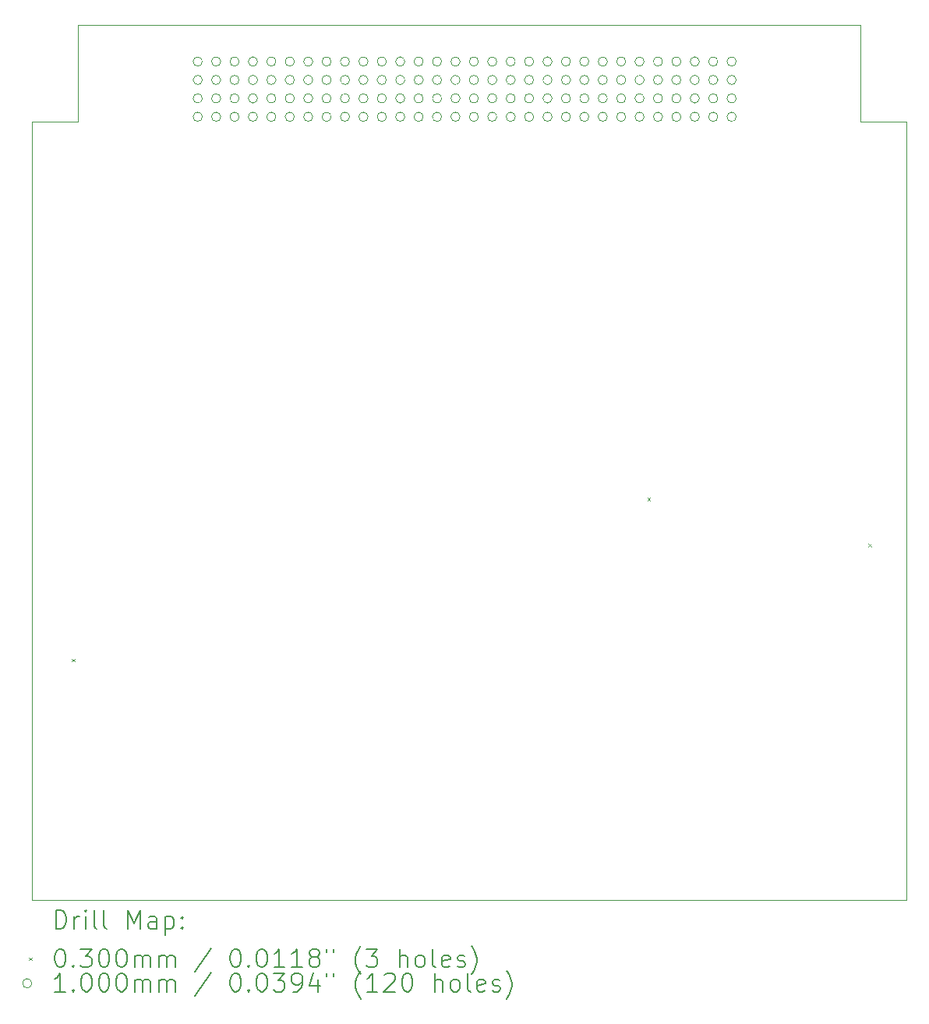
<source format=gbr>
%TF.GenerationSoftware,KiCad,Pcbnew,8.0.0*%
%TF.CreationDate,2025-01-17T01:01:03+02:00*%
%TF.ProjectId,diplomna_2024_bms_pcb_layout,6469706c-6f6d-46e6-915f-323032345f62,rev?*%
%TF.SameCoordinates,Original*%
%TF.FileFunction,Drillmap*%
%TF.FilePolarity,Positive*%
%FSLAX45Y45*%
G04 Gerber Fmt 4.5, Leading zero omitted, Abs format (unit mm)*
G04 Created by KiCad (PCBNEW 8.0.0) date 2025-01-17 01:01:03*
%MOMM*%
%LPD*%
G01*
G04 APERTURE LIST*
%ADD10C,0.050000*%
%ADD11C,0.200000*%
%ADD12C,0.100000*%
G04 APERTURE END LIST*
D10*
X18000000Y-4950000D02*
X26500000Y-4950000D01*
X27000000Y-6000000D02*
X27000000Y-14450000D01*
X26500000Y-6000000D02*
X27000000Y-6000000D01*
X27000000Y-14450000D02*
X17500000Y-14450000D01*
X17500000Y-14450000D02*
X17500000Y-6000000D01*
X18000000Y-6000000D02*
X18000000Y-4950000D01*
X17500000Y-6000000D02*
X18000000Y-6000000D01*
X26500000Y-4950000D02*
X26500000Y-6000000D01*
D11*
D12*
X17935000Y-11835000D02*
X17965000Y-11865000D01*
X17965000Y-11835000D02*
X17935000Y-11865000D01*
X24185000Y-10085000D02*
X24215000Y-10115000D01*
X24215000Y-10085000D02*
X24185000Y-10115000D01*
X26585000Y-10585000D02*
X26615000Y-10615000D01*
X26615000Y-10585000D02*
X26585000Y-10615000D01*
X19350000Y-5350000D02*
G75*
G02*
X19250000Y-5350000I-50000J0D01*
G01*
X19250000Y-5350000D02*
G75*
G02*
X19350000Y-5350000I50000J0D01*
G01*
X19350000Y-5550000D02*
G75*
G02*
X19250000Y-5550000I-50000J0D01*
G01*
X19250000Y-5550000D02*
G75*
G02*
X19350000Y-5550000I50000J0D01*
G01*
X19350000Y-5750000D02*
G75*
G02*
X19250000Y-5750000I-50000J0D01*
G01*
X19250000Y-5750000D02*
G75*
G02*
X19350000Y-5750000I50000J0D01*
G01*
X19350000Y-5950000D02*
G75*
G02*
X19250000Y-5950000I-50000J0D01*
G01*
X19250000Y-5950000D02*
G75*
G02*
X19350000Y-5950000I50000J0D01*
G01*
X19550000Y-5350000D02*
G75*
G02*
X19450000Y-5350000I-50000J0D01*
G01*
X19450000Y-5350000D02*
G75*
G02*
X19550000Y-5350000I50000J0D01*
G01*
X19550000Y-5550000D02*
G75*
G02*
X19450000Y-5550000I-50000J0D01*
G01*
X19450000Y-5550000D02*
G75*
G02*
X19550000Y-5550000I50000J0D01*
G01*
X19550000Y-5750000D02*
G75*
G02*
X19450000Y-5750000I-50000J0D01*
G01*
X19450000Y-5750000D02*
G75*
G02*
X19550000Y-5750000I50000J0D01*
G01*
X19550000Y-5950000D02*
G75*
G02*
X19450000Y-5950000I-50000J0D01*
G01*
X19450000Y-5950000D02*
G75*
G02*
X19550000Y-5950000I50000J0D01*
G01*
X19750000Y-5350000D02*
G75*
G02*
X19650000Y-5350000I-50000J0D01*
G01*
X19650000Y-5350000D02*
G75*
G02*
X19750000Y-5350000I50000J0D01*
G01*
X19750000Y-5550000D02*
G75*
G02*
X19650000Y-5550000I-50000J0D01*
G01*
X19650000Y-5550000D02*
G75*
G02*
X19750000Y-5550000I50000J0D01*
G01*
X19750000Y-5750000D02*
G75*
G02*
X19650000Y-5750000I-50000J0D01*
G01*
X19650000Y-5750000D02*
G75*
G02*
X19750000Y-5750000I50000J0D01*
G01*
X19750000Y-5950000D02*
G75*
G02*
X19650000Y-5950000I-50000J0D01*
G01*
X19650000Y-5950000D02*
G75*
G02*
X19750000Y-5950000I50000J0D01*
G01*
X19950000Y-5350000D02*
G75*
G02*
X19850000Y-5350000I-50000J0D01*
G01*
X19850000Y-5350000D02*
G75*
G02*
X19950000Y-5350000I50000J0D01*
G01*
X19950000Y-5550000D02*
G75*
G02*
X19850000Y-5550000I-50000J0D01*
G01*
X19850000Y-5550000D02*
G75*
G02*
X19950000Y-5550000I50000J0D01*
G01*
X19950000Y-5750000D02*
G75*
G02*
X19850000Y-5750000I-50000J0D01*
G01*
X19850000Y-5750000D02*
G75*
G02*
X19950000Y-5750000I50000J0D01*
G01*
X19950000Y-5950000D02*
G75*
G02*
X19850000Y-5950000I-50000J0D01*
G01*
X19850000Y-5950000D02*
G75*
G02*
X19950000Y-5950000I50000J0D01*
G01*
X20150000Y-5350000D02*
G75*
G02*
X20050000Y-5350000I-50000J0D01*
G01*
X20050000Y-5350000D02*
G75*
G02*
X20150000Y-5350000I50000J0D01*
G01*
X20150000Y-5550000D02*
G75*
G02*
X20050000Y-5550000I-50000J0D01*
G01*
X20050000Y-5550000D02*
G75*
G02*
X20150000Y-5550000I50000J0D01*
G01*
X20150000Y-5750000D02*
G75*
G02*
X20050000Y-5750000I-50000J0D01*
G01*
X20050000Y-5750000D02*
G75*
G02*
X20150000Y-5750000I50000J0D01*
G01*
X20150000Y-5950000D02*
G75*
G02*
X20050000Y-5950000I-50000J0D01*
G01*
X20050000Y-5950000D02*
G75*
G02*
X20150000Y-5950000I50000J0D01*
G01*
X20350000Y-5350000D02*
G75*
G02*
X20250000Y-5350000I-50000J0D01*
G01*
X20250000Y-5350000D02*
G75*
G02*
X20350000Y-5350000I50000J0D01*
G01*
X20350000Y-5550000D02*
G75*
G02*
X20250000Y-5550000I-50000J0D01*
G01*
X20250000Y-5550000D02*
G75*
G02*
X20350000Y-5550000I50000J0D01*
G01*
X20350000Y-5750000D02*
G75*
G02*
X20250000Y-5750000I-50000J0D01*
G01*
X20250000Y-5750000D02*
G75*
G02*
X20350000Y-5750000I50000J0D01*
G01*
X20350000Y-5950000D02*
G75*
G02*
X20250000Y-5950000I-50000J0D01*
G01*
X20250000Y-5950000D02*
G75*
G02*
X20350000Y-5950000I50000J0D01*
G01*
X20550000Y-5350000D02*
G75*
G02*
X20450000Y-5350000I-50000J0D01*
G01*
X20450000Y-5350000D02*
G75*
G02*
X20550000Y-5350000I50000J0D01*
G01*
X20550000Y-5550000D02*
G75*
G02*
X20450000Y-5550000I-50000J0D01*
G01*
X20450000Y-5550000D02*
G75*
G02*
X20550000Y-5550000I50000J0D01*
G01*
X20550000Y-5750000D02*
G75*
G02*
X20450000Y-5750000I-50000J0D01*
G01*
X20450000Y-5750000D02*
G75*
G02*
X20550000Y-5750000I50000J0D01*
G01*
X20550000Y-5950000D02*
G75*
G02*
X20450000Y-5950000I-50000J0D01*
G01*
X20450000Y-5950000D02*
G75*
G02*
X20550000Y-5950000I50000J0D01*
G01*
X20750000Y-5350000D02*
G75*
G02*
X20650000Y-5350000I-50000J0D01*
G01*
X20650000Y-5350000D02*
G75*
G02*
X20750000Y-5350000I50000J0D01*
G01*
X20750000Y-5550000D02*
G75*
G02*
X20650000Y-5550000I-50000J0D01*
G01*
X20650000Y-5550000D02*
G75*
G02*
X20750000Y-5550000I50000J0D01*
G01*
X20750000Y-5750000D02*
G75*
G02*
X20650000Y-5750000I-50000J0D01*
G01*
X20650000Y-5750000D02*
G75*
G02*
X20750000Y-5750000I50000J0D01*
G01*
X20750000Y-5950000D02*
G75*
G02*
X20650000Y-5950000I-50000J0D01*
G01*
X20650000Y-5950000D02*
G75*
G02*
X20750000Y-5950000I50000J0D01*
G01*
X20950000Y-5350000D02*
G75*
G02*
X20850000Y-5350000I-50000J0D01*
G01*
X20850000Y-5350000D02*
G75*
G02*
X20950000Y-5350000I50000J0D01*
G01*
X20950000Y-5550000D02*
G75*
G02*
X20850000Y-5550000I-50000J0D01*
G01*
X20850000Y-5550000D02*
G75*
G02*
X20950000Y-5550000I50000J0D01*
G01*
X20950000Y-5750000D02*
G75*
G02*
X20850000Y-5750000I-50000J0D01*
G01*
X20850000Y-5750000D02*
G75*
G02*
X20950000Y-5750000I50000J0D01*
G01*
X20950000Y-5950000D02*
G75*
G02*
X20850000Y-5950000I-50000J0D01*
G01*
X20850000Y-5950000D02*
G75*
G02*
X20950000Y-5950000I50000J0D01*
G01*
X21150000Y-5350000D02*
G75*
G02*
X21050000Y-5350000I-50000J0D01*
G01*
X21050000Y-5350000D02*
G75*
G02*
X21150000Y-5350000I50000J0D01*
G01*
X21150000Y-5550000D02*
G75*
G02*
X21050000Y-5550000I-50000J0D01*
G01*
X21050000Y-5550000D02*
G75*
G02*
X21150000Y-5550000I50000J0D01*
G01*
X21150000Y-5750000D02*
G75*
G02*
X21050000Y-5750000I-50000J0D01*
G01*
X21050000Y-5750000D02*
G75*
G02*
X21150000Y-5750000I50000J0D01*
G01*
X21150000Y-5950000D02*
G75*
G02*
X21050000Y-5950000I-50000J0D01*
G01*
X21050000Y-5950000D02*
G75*
G02*
X21150000Y-5950000I50000J0D01*
G01*
X21350000Y-5350000D02*
G75*
G02*
X21250000Y-5350000I-50000J0D01*
G01*
X21250000Y-5350000D02*
G75*
G02*
X21350000Y-5350000I50000J0D01*
G01*
X21350000Y-5550000D02*
G75*
G02*
X21250000Y-5550000I-50000J0D01*
G01*
X21250000Y-5550000D02*
G75*
G02*
X21350000Y-5550000I50000J0D01*
G01*
X21350000Y-5750000D02*
G75*
G02*
X21250000Y-5750000I-50000J0D01*
G01*
X21250000Y-5750000D02*
G75*
G02*
X21350000Y-5750000I50000J0D01*
G01*
X21350000Y-5950000D02*
G75*
G02*
X21250000Y-5950000I-50000J0D01*
G01*
X21250000Y-5950000D02*
G75*
G02*
X21350000Y-5950000I50000J0D01*
G01*
X21550000Y-5350000D02*
G75*
G02*
X21450000Y-5350000I-50000J0D01*
G01*
X21450000Y-5350000D02*
G75*
G02*
X21550000Y-5350000I50000J0D01*
G01*
X21550000Y-5550000D02*
G75*
G02*
X21450000Y-5550000I-50000J0D01*
G01*
X21450000Y-5550000D02*
G75*
G02*
X21550000Y-5550000I50000J0D01*
G01*
X21550000Y-5750000D02*
G75*
G02*
X21450000Y-5750000I-50000J0D01*
G01*
X21450000Y-5750000D02*
G75*
G02*
X21550000Y-5750000I50000J0D01*
G01*
X21550000Y-5950000D02*
G75*
G02*
X21450000Y-5950000I-50000J0D01*
G01*
X21450000Y-5950000D02*
G75*
G02*
X21550000Y-5950000I50000J0D01*
G01*
X21750000Y-5350000D02*
G75*
G02*
X21650000Y-5350000I-50000J0D01*
G01*
X21650000Y-5350000D02*
G75*
G02*
X21750000Y-5350000I50000J0D01*
G01*
X21750000Y-5550000D02*
G75*
G02*
X21650000Y-5550000I-50000J0D01*
G01*
X21650000Y-5550000D02*
G75*
G02*
X21750000Y-5550000I50000J0D01*
G01*
X21750000Y-5750000D02*
G75*
G02*
X21650000Y-5750000I-50000J0D01*
G01*
X21650000Y-5750000D02*
G75*
G02*
X21750000Y-5750000I50000J0D01*
G01*
X21750000Y-5950000D02*
G75*
G02*
X21650000Y-5950000I-50000J0D01*
G01*
X21650000Y-5950000D02*
G75*
G02*
X21750000Y-5950000I50000J0D01*
G01*
X21950000Y-5350000D02*
G75*
G02*
X21850000Y-5350000I-50000J0D01*
G01*
X21850000Y-5350000D02*
G75*
G02*
X21950000Y-5350000I50000J0D01*
G01*
X21950000Y-5550000D02*
G75*
G02*
X21850000Y-5550000I-50000J0D01*
G01*
X21850000Y-5550000D02*
G75*
G02*
X21950000Y-5550000I50000J0D01*
G01*
X21950000Y-5750000D02*
G75*
G02*
X21850000Y-5750000I-50000J0D01*
G01*
X21850000Y-5750000D02*
G75*
G02*
X21950000Y-5750000I50000J0D01*
G01*
X21950000Y-5950000D02*
G75*
G02*
X21850000Y-5950000I-50000J0D01*
G01*
X21850000Y-5950000D02*
G75*
G02*
X21950000Y-5950000I50000J0D01*
G01*
X22150000Y-5350000D02*
G75*
G02*
X22050000Y-5350000I-50000J0D01*
G01*
X22050000Y-5350000D02*
G75*
G02*
X22150000Y-5350000I50000J0D01*
G01*
X22150000Y-5550000D02*
G75*
G02*
X22050000Y-5550000I-50000J0D01*
G01*
X22050000Y-5550000D02*
G75*
G02*
X22150000Y-5550000I50000J0D01*
G01*
X22150000Y-5750000D02*
G75*
G02*
X22050000Y-5750000I-50000J0D01*
G01*
X22050000Y-5750000D02*
G75*
G02*
X22150000Y-5750000I50000J0D01*
G01*
X22150000Y-5950000D02*
G75*
G02*
X22050000Y-5950000I-50000J0D01*
G01*
X22050000Y-5950000D02*
G75*
G02*
X22150000Y-5950000I50000J0D01*
G01*
X22350000Y-5350000D02*
G75*
G02*
X22250000Y-5350000I-50000J0D01*
G01*
X22250000Y-5350000D02*
G75*
G02*
X22350000Y-5350000I50000J0D01*
G01*
X22350000Y-5550000D02*
G75*
G02*
X22250000Y-5550000I-50000J0D01*
G01*
X22250000Y-5550000D02*
G75*
G02*
X22350000Y-5550000I50000J0D01*
G01*
X22350000Y-5750000D02*
G75*
G02*
X22250000Y-5750000I-50000J0D01*
G01*
X22250000Y-5750000D02*
G75*
G02*
X22350000Y-5750000I50000J0D01*
G01*
X22350000Y-5950000D02*
G75*
G02*
X22250000Y-5950000I-50000J0D01*
G01*
X22250000Y-5950000D02*
G75*
G02*
X22350000Y-5950000I50000J0D01*
G01*
X22550000Y-5350000D02*
G75*
G02*
X22450000Y-5350000I-50000J0D01*
G01*
X22450000Y-5350000D02*
G75*
G02*
X22550000Y-5350000I50000J0D01*
G01*
X22550000Y-5550000D02*
G75*
G02*
X22450000Y-5550000I-50000J0D01*
G01*
X22450000Y-5550000D02*
G75*
G02*
X22550000Y-5550000I50000J0D01*
G01*
X22550000Y-5750000D02*
G75*
G02*
X22450000Y-5750000I-50000J0D01*
G01*
X22450000Y-5750000D02*
G75*
G02*
X22550000Y-5750000I50000J0D01*
G01*
X22550000Y-5950000D02*
G75*
G02*
X22450000Y-5950000I-50000J0D01*
G01*
X22450000Y-5950000D02*
G75*
G02*
X22550000Y-5950000I50000J0D01*
G01*
X22750000Y-5350000D02*
G75*
G02*
X22650000Y-5350000I-50000J0D01*
G01*
X22650000Y-5350000D02*
G75*
G02*
X22750000Y-5350000I50000J0D01*
G01*
X22750000Y-5550000D02*
G75*
G02*
X22650000Y-5550000I-50000J0D01*
G01*
X22650000Y-5550000D02*
G75*
G02*
X22750000Y-5550000I50000J0D01*
G01*
X22750000Y-5750000D02*
G75*
G02*
X22650000Y-5750000I-50000J0D01*
G01*
X22650000Y-5750000D02*
G75*
G02*
X22750000Y-5750000I50000J0D01*
G01*
X22750000Y-5950000D02*
G75*
G02*
X22650000Y-5950000I-50000J0D01*
G01*
X22650000Y-5950000D02*
G75*
G02*
X22750000Y-5950000I50000J0D01*
G01*
X22950000Y-5350000D02*
G75*
G02*
X22850000Y-5350000I-50000J0D01*
G01*
X22850000Y-5350000D02*
G75*
G02*
X22950000Y-5350000I50000J0D01*
G01*
X22950000Y-5550000D02*
G75*
G02*
X22850000Y-5550000I-50000J0D01*
G01*
X22850000Y-5550000D02*
G75*
G02*
X22950000Y-5550000I50000J0D01*
G01*
X22950000Y-5750000D02*
G75*
G02*
X22850000Y-5750000I-50000J0D01*
G01*
X22850000Y-5750000D02*
G75*
G02*
X22950000Y-5750000I50000J0D01*
G01*
X22950000Y-5950000D02*
G75*
G02*
X22850000Y-5950000I-50000J0D01*
G01*
X22850000Y-5950000D02*
G75*
G02*
X22950000Y-5950000I50000J0D01*
G01*
X23150000Y-5350000D02*
G75*
G02*
X23050000Y-5350000I-50000J0D01*
G01*
X23050000Y-5350000D02*
G75*
G02*
X23150000Y-5350000I50000J0D01*
G01*
X23150000Y-5550000D02*
G75*
G02*
X23050000Y-5550000I-50000J0D01*
G01*
X23050000Y-5550000D02*
G75*
G02*
X23150000Y-5550000I50000J0D01*
G01*
X23150000Y-5750000D02*
G75*
G02*
X23050000Y-5750000I-50000J0D01*
G01*
X23050000Y-5750000D02*
G75*
G02*
X23150000Y-5750000I50000J0D01*
G01*
X23150000Y-5950000D02*
G75*
G02*
X23050000Y-5950000I-50000J0D01*
G01*
X23050000Y-5950000D02*
G75*
G02*
X23150000Y-5950000I50000J0D01*
G01*
X23350000Y-5350000D02*
G75*
G02*
X23250000Y-5350000I-50000J0D01*
G01*
X23250000Y-5350000D02*
G75*
G02*
X23350000Y-5350000I50000J0D01*
G01*
X23350000Y-5550000D02*
G75*
G02*
X23250000Y-5550000I-50000J0D01*
G01*
X23250000Y-5550000D02*
G75*
G02*
X23350000Y-5550000I50000J0D01*
G01*
X23350000Y-5750000D02*
G75*
G02*
X23250000Y-5750000I-50000J0D01*
G01*
X23250000Y-5750000D02*
G75*
G02*
X23350000Y-5750000I50000J0D01*
G01*
X23350000Y-5950000D02*
G75*
G02*
X23250000Y-5950000I-50000J0D01*
G01*
X23250000Y-5950000D02*
G75*
G02*
X23350000Y-5950000I50000J0D01*
G01*
X23550000Y-5350000D02*
G75*
G02*
X23450000Y-5350000I-50000J0D01*
G01*
X23450000Y-5350000D02*
G75*
G02*
X23550000Y-5350000I50000J0D01*
G01*
X23550000Y-5550000D02*
G75*
G02*
X23450000Y-5550000I-50000J0D01*
G01*
X23450000Y-5550000D02*
G75*
G02*
X23550000Y-5550000I50000J0D01*
G01*
X23550000Y-5750000D02*
G75*
G02*
X23450000Y-5750000I-50000J0D01*
G01*
X23450000Y-5750000D02*
G75*
G02*
X23550000Y-5750000I50000J0D01*
G01*
X23550000Y-5950000D02*
G75*
G02*
X23450000Y-5950000I-50000J0D01*
G01*
X23450000Y-5950000D02*
G75*
G02*
X23550000Y-5950000I50000J0D01*
G01*
X23750000Y-5350000D02*
G75*
G02*
X23650000Y-5350000I-50000J0D01*
G01*
X23650000Y-5350000D02*
G75*
G02*
X23750000Y-5350000I50000J0D01*
G01*
X23750000Y-5550000D02*
G75*
G02*
X23650000Y-5550000I-50000J0D01*
G01*
X23650000Y-5550000D02*
G75*
G02*
X23750000Y-5550000I50000J0D01*
G01*
X23750000Y-5750000D02*
G75*
G02*
X23650000Y-5750000I-50000J0D01*
G01*
X23650000Y-5750000D02*
G75*
G02*
X23750000Y-5750000I50000J0D01*
G01*
X23750000Y-5950000D02*
G75*
G02*
X23650000Y-5950000I-50000J0D01*
G01*
X23650000Y-5950000D02*
G75*
G02*
X23750000Y-5950000I50000J0D01*
G01*
X23950000Y-5350000D02*
G75*
G02*
X23850000Y-5350000I-50000J0D01*
G01*
X23850000Y-5350000D02*
G75*
G02*
X23950000Y-5350000I50000J0D01*
G01*
X23950000Y-5550000D02*
G75*
G02*
X23850000Y-5550000I-50000J0D01*
G01*
X23850000Y-5550000D02*
G75*
G02*
X23950000Y-5550000I50000J0D01*
G01*
X23950000Y-5750000D02*
G75*
G02*
X23850000Y-5750000I-50000J0D01*
G01*
X23850000Y-5750000D02*
G75*
G02*
X23950000Y-5750000I50000J0D01*
G01*
X23950000Y-5950000D02*
G75*
G02*
X23850000Y-5950000I-50000J0D01*
G01*
X23850000Y-5950000D02*
G75*
G02*
X23950000Y-5950000I50000J0D01*
G01*
X24150000Y-5350000D02*
G75*
G02*
X24050000Y-5350000I-50000J0D01*
G01*
X24050000Y-5350000D02*
G75*
G02*
X24150000Y-5350000I50000J0D01*
G01*
X24150000Y-5550000D02*
G75*
G02*
X24050000Y-5550000I-50000J0D01*
G01*
X24050000Y-5550000D02*
G75*
G02*
X24150000Y-5550000I50000J0D01*
G01*
X24150000Y-5750000D02*
G75*
G02*
X24050000Y-5750000I-50000J0D01*
G01*
X24050000Y-5750000D02*
G75*
G02*
X24150000Y-5750000I50000J0D01*
G01*
X24150000Y-5950000D02*
G75*
G02*
X24050000Y-5950000I-50000J0D01*
G01*
X24050000Y-5950000D02*
G75*
G02*
X24150000Y-5950000I50000J0D01*
G01*
X24350000Y-5350000D02*
G75*
G02*
X24250000Y-5350000I-50000J0D01*
G01*
X24250000Y-5350000D02*
G75*
G02*
X24350000Y-5350000I50000J0D01*
G01*
X24350000Y-5550000D02*
G75*
G02*
X24250000Y-5550000I-50000J0D01*
G01*
X24250000Y-5550000D02*
G75*
G02*
X24350000Y-5550000I50000J0D01*
G01*
X24350000Y-5750000D02*
G75*
G02*
X24250000Y-5750000I-50000J0D01*
G01*
X24250000Y-5750000D02*
G75*
G02*
X24350000Y-5750000I50000J0D01*
G01*
X24350000Y-5950000D02*
G75*
G02*
X24250000Y-5950000I-50000J0D01*
G01*
X24250000Y-5950000D02*
G75*
G02*
X24350000Y-5950000I50000J0D01*
G01*
X24550000Y-5350000D02*
G75*
G02*
X24450000Y-5350000I-50000J0D01*
G01*
X24450000Y-5350000D02*
G75*
G02*
X24550000Y-5350000I50000J0D01*
G01*
X24550000Y-5550000D02*
G75*
G02*
X24450000Y-5550000I-50000J0D01*
G01*
X24450000Y-5550000D02*
G75*
G02*
X24550000Y-5550000I50000J0D01*
G01*
X24550000Y-5750000D02*
G75*
G02*
X24450000Y-5750000I-50000J0D01*
G01*
X24450000Y-5750000D02*
G75*
G02*
X24550000Y-5750000I50000J0D01*
G01*
X24550000Y-5950000D02*
G75*
G02*
X24450000Y-5950000I-50000J0D01*
G01*
X24450000Y-5950000D02*
G75*
G02*
X24550000Y-5950000I50000J0D01*
G01*
X24750000Y-5350000D02*
G75*
G02*
X24650000Y-5350000I-50000J0D01*
G01*
X24650000Y-5350000D02*
G75*
G02*
X24750000Y-5350000I50000J0D01*
G01*
X24750000Y-5550000D02*
G75*
G02*
X24650000Y-5550000I-50000J0D01*
G01*
X24650000Y-5550000D02*
G75*
G02*
X24750000Y-5550000I50000J0D01*
G01*
X24750000Y-5750000D02*
G75*
G02*
X24650000Y-5750000I-50000J0D01*
G01*
X24650000Y-5750000D02*
G75*
G02*
X24750000Y-5750000I50000J0D01*
G01*
X24750000Y-5950000D02*
G75*
G02*
X24650000Y-5950000I-50000J0D01*
G01*
X24650000Y-5950000D02*
G75*
G02*
X24750000Y-5950000I50000J0D01*
G01*
X24950000Y-5350000D02*
G75*
G02*
X24850000Y-5350000I-50000J0D01*
G01*
X24850000Y-5350000D02*
G75*
G02*
X24950000Y-5350000I50000J0D01*
G01*
X24950000Y-5550000D02*
G75*
G02*
X24850000Y-5550000I-50000J0D01*
G01*
X24850000Y-5550000D02*
G75*
G02*
X24950000Y-5550000I50000J0D01*
G01*
X24950000Y-5750000D02*
G75*
G02*
X24850000Y-5750000I-50000J0D01*
G01*
X24850000Y-5750000D02*
G75*
G02*
X24950000Y-5750000I50000J0D01*
G01*
X24950000Y-5950000D02*
G75*
G02*
X24850000Y-5950000I-50000J0D01*
G01*
X24850000Y-5950000D02*
G75*
G02*
X24950000Y-5950000I50000J0D01*
G01*
X25150000Y-5350000D02*
G75*
G02*
X25050000Y-5350000I-50000J0D01*
G01*
X25050000Y-5350000D02*
G75*
G02*
X25150000Y-5350000I50000J0D01*
G01*
X25150000Y-5550000D02*
G75*
G02*
X25050000Y-5550000I-50000J0D01*
G01*
X25050000Y-5550000D02*
G75*
G02*
X25150000Y-5550000I50000J0D01*
G01*
X25150000Y-5750000D02*
G75*
G02*
X25050000Y-5750000I-50000J0D01*
G01*
X25050000Y-5750000D02*
G75*
G02*
X25150000Y-5750000I50000J0D01*
G01*
X25150000Y-5950000D02*
G75*
G02*
X25050000Y-5950000I-50000J0D01*
G01*
X25050000Y-5950000D02*
G75*
G02*
X25150000Y-5950000I50000J0D01*
G01*
D11*
X17758277Y-14763984D02*
X17758277Y-14563984D01*
X17758277Y-14563984D02*
X17805896Y-14563984D01*
X17805896Y-14563984D02*
X17834467Y-14573508D01*
X17834467Y-14573508D02*
X17853515Y-14592555D01*
X17853515Y-14592555D02*
X17863039Y-14611603D01*
X17863039Y-14611603D02*
X17872563Y-14649698D01*
X17872563Y-14649698D02*
X17872563Y-14678269D01*
X17872563Y-14678269D02*
X17863039Y-14716365D01*
X17863039Y-14716365D02*
X17853515Y-14735412D01*
X17853515Y-14735412D02*
X17834467Y-14754460D01*
X17834467Y-14754460D02*
X17805896Y-14763984D01*
X17805896Y-14763984D02*
X17758277Y-14763984D01*
X17958277Y-14763984D02*
X17958277Y-14630650D01*
X17958277Y-14668746D02*
X17967801Y-14649698D01*
X17967801Y-14649698D02*
X17977324Y-14640174D01*
X17977324Y-14640174D02*
X17996372Y-14630650D01*
X17996372Y-14630650D02*
X18015420Y-14630650D01*
X18082086Y-14763984D02*
X18082086Y-14630650D01*
X18082086Y-14563984D02*
X18072563Y-14573508D01*
X18072563Y-14573508D02*
X18082086Y-14583031D01*
X18082086Y-14583031D02*
X18091610Y-14573508D01*
X18091610Y-14573508D02*
X18082086Y-14563984D01*
X18082086Y-14563984D02*
X18082086Y-14583031D01*
X18205896Y-14763984D02*
X18186848Y-14754460D01*
X18186848Y-14754460D02*
X18177324Y-14735412D01*
X18177324Y-14735412D02*
X18177324Y-14563984D01*
X18310658Y-14763984D02*
X18291610Y-14754460D01*
X18291610Y-14754460D02*
X18282086Y-14735412D01*
X18282086Y-14735412D02*
X18282086Y-14563984D01*
X18539229Y-14763984D02*
X18539229Y-14563984D01*
X18539229Y-14563984D02*
X18605896Y-14706841D01*
X18605896Y-14706841D02*
X18672563Y-14563984D01*
X18672563Y-14563984D02*
X18672563Y-14763984D01*
X18853515Y-14763984D02*
X18853515Y-14659222D01*
X18853515Y-14659222D02*
X18843991Y-14640174D01*
X18843991Y-14640174D02*
X18824944Y-14630650D01*
X18824944Y-14630650D02*
X18786848Y-14630650D01*
X18786848Y-14630650D02*
X18767801Y-14640174D01*
X18853515Y-14754460D02*
X18834467Y-14763984D01*
X18834467Y-14763984D02*
X18786848Y-14763984D01*
X18786848Y-14763984D02*
X18767801Y-14754460D01*
X18767801Y-14754460D02*
X18758277Y-14735412D01*
X18758277Y-14735412D02*
X18758277Y-14716365D01*
X18758277Y-14716365D02*
X18767801Y-14697317D01*
X18767801Y-14697317D02*
X18786848Y-14687793D01*
X18786848Y-14687793D02*
X18834467Y-14687793D01*
X18834467Y-14687793D02*
X18853515Y-14678269D01*
X18948753Y-14630650D02*
X18948753Y-14830650D01*
X18948753Y-14640174D02*
X18967801Y-14630650D01*
X18967801Y-14630650D02*
X19005896Y-14630650D01*
X19005896Y-14630650D02*
X19024944Y-14640174D01*
X19024944Y-14640174D02*
X19034467Y-14649698D01*
X19034467Y-14649698D02*
X19043991Y-14668746D01*
X19043991Y-14668746D02*
X19043991Y-14725888D01*
X19043991Y-14725888D02*
X19034467Y-14744936D01*
X19034467Y-14744936D02*
X19024944Y-14754460D01*
X19024944Y-14754460D02*
X19005896Y-14763984D01*
X19005896Y-14763984D02*
X18967801Y-14763984D01*
X18967801Y-14763984D02*
X18948753Y-14754460D01*
X19129705Y-14744936D02*
X19139229Y-14754460D01*
X19139229Y-14754460D02*
X19129705Y-14763984D01*
X19129705Y-14763984D02*
X19120182Y-14754460D01*
X19120182Y-14754460D02*
X19129705Y-14744936D01*
X19129705Y-14744936D02*
X19129705Y-14763984D01*
X19129705Y-14640174D02*
X19139229Y-14649698D01*
X19139229Y-14649698D02*
X19129705Y-14659222D01*
X19129705Y-14659222D02*
X19120182Y-14649698D01*
X19120182Y-14649698D02*
X19129705Y-14640174D01*
X19129705Y-14640174D02*
X19129705Y-14659222D01*
D12*
X17467500Y-15077500D02*
X17497500Y-15107500D01*
X17497500Y-15077500D02*
X17467500Y-15107500D01*
D11*
X17796372Y-14983984D02*
X17815420Y-14983984D01*
X17815420Y-14983984D02*
X17834467Y-14993508D01*
X17834467Y-14993508D02*
X17843991Y-15003031D01*
X17843991Y-15003031D02*
X17853515Y-15022079D01*
X17853515Y-15022079D02*
X17863039Y-15060174D01*
X17863039Y-15060174D02*
X17863039Y-15107793D01*
X17863039Y-15107793D02*
X17853515Y-15145888D01*
X17853515Y-15145888D02*
X17843991Y-15164936D01*
X17843991Y-15164936D02*
X17834467Y-15174460D01*
X17834467Y-15174460D02*
X17815420Y-15183984D01*
X17815420Y-15183984D02*
X17796372Y-15183984D01*
X17796372Y-15183984D02*
X17777324Y-15174460D01*
X17777324Y-15174460D02*
X17767801Y-15164936D01*
X17767801Y-15164936D02*
X17758277Y-15145888D01*
X17758277Y-15145888D02*
X17748753Y-15107793D01*
X17748753Y-15107793D02*
X17748753Y-15060174D01*
X17748753Y-15060174D02*
X17758277Y-15022079D01*
X17758277Y-15022079D02*
X17767801Y-15003031D01*
X17767801Y-15003031D02*
X17777324Y-14993508D01*
X17777324Y-14993508D02*
X17796372Y-14983984D01*
X17948753Y-15164936D02*
X17958277Y-15174460D01*
X17958277Y-15174460D02*
X17948753Y-15183984D01*
X17948753Y-15183984D02*
X17939229Y-15174460D01*
X17939229Y-15174460D02*
X17948753Y-15164936D01*
X17948753Y-15164936D02*
X17948753Y-15183984D01*
X18024944Y-14983984D02*
X18148753Y-14983984D01*
X18148753Y-14983984D02*
X18082086Y-15060174D01*
X18082086Y-15060174D02*
X18110658Y-15060174D01*
X18110658Y-15060174D02*
X18129705Y-15069698D01*
X18129705Y-15069698D02*
X18139229Y-15079222D01*
X18139229Y-15079222D02*
X18148753Y-15098269D01*
X18148753Y-15098269D02*
X18148753Y-15145888D01*
X18148753Y-15145888D02*
X18139229Y-15164936D01*
X18139229Y-15164936D02*
X18129705Y-15174460D01*
X18129705Y-15174460D02*
X18110658Y-15183984D01*
X18110658Y-15183984D02*
X18053515Y-15183984D01*
X18053515Y-15183984D02*
X18034467Y-15174460D01*
X18034467Y-15174460D02*
X18024944Y-15164936D01*
X18272563Y-14983984D02*
X18291610Y-14983984D01*
X18291610Y-14983984D02*
X18310658Y-14993508D01*
X18310658Y-14993508D02*
X18320182Y-15003031D01*
X18320182Y-15003031D02*
X18329705Y-15022079D01*
X18329705Y-15022079D02*
X18339229Y-15060174D01*
X18339229Y-15060174D02*
X18339229Y-15107793D01*
X18339229Y-15107793D02*
X18329705Y-15145888D01*
X18329705Y-15145888D02*
X18320182Y-15164936D01*
X18320182Y-15164936D02*
X18310658Y-15174460D01*
X18310658Y-15174460D02*
X18291610Y-15183984D01*
X18291610Y-15183984D02*
X18272563Y-15183984D01*
X18272563Y-15183984D02*
X18253515Y-15174460D01*
X18253515Y-15174460D02*
X18243991Y-15164936D01*
X18243991Y-15164936D02*
X18234467Y-15145888D01*
X18234467Y-15145888D02*
X18224944Y-15107793D01*
X18224944Y-15107793D02*
X18224944Y-15060174D01*
X18224944Y-15060174D02*
X18234467Y-15022079D01*
X18234467Y-15022079D02*
X18243991Y-15003031D01*
X18243991Y-15003031D02*
X18253515Y-14993508D01*
X18253515Y-14993508D02*
X18272563Y-14983984D01*
X18463039Y-14983984D02*
X18482086Y-14983984D01*
X18482086Y-14983984D02*
X18501134Y-14993508D01*
X18501134Y-14993508D02*
X18510658Y-15003031D01*
X18510658Y-15003031D02*
X18520182Y-15022079D01*
X18520182Y-15022079D02*
X18529705Y-15060174D01*
X18529705Y-15060174D02*
X18529705Y-15107793D01*
X18529705Y-15107793D02*
X18520182Y-15145888D01*
X18520182Y-15145888D02*
X18510658Y-15164936D01*
X18510658Y-15164936D02*
X18501134Y-15174460D01*
X18501134Y-15174460D02*
X18482086Y-15183984D01*
X18482086Y-15183984D02*
X18463039Y-15183984D01*
X18463039Y-15183984D02*
X18443991Y-15174460D01*
X18443991Y-15174460D02*
X18434467Y-15164936D01*
X18434467Y-15164936D02*
X18424944Y-15145888D01*
X18424944Y-15145888D02*
X18415420Y-15107793D01*
X18415420Y-15107793D02*
X18415420Y-15060174D01*
X18415420Y-15060174D02*
X18424944Y-15022079D01*
X18424944Y-15022079D02*
X18434467Y-15003031D01*
X18434467Y-15003031D02*
X18443991Y-14993508D01*
X18443991Y-14993508D02*
X18463039Y-14983984D01*
X18615420Y-15183984D02*
X18615420Y-15050650D01*
X18615420Y-15069698D02*
X18624944Y-15060174D01*
X18624944Y-15060174D02*
X18643991Y-15050650D01*
X18643991Y-15050650D02*
X18672563Y-15050650D01*
X18672563Y-15050650D02*
X18691610Y-15060174D01*
X18691610Y-15060174D02*
X18701134Y-15079222D01*
X18701134Y-15079222D02*
X18701134Y-15183984D01*
X18701134Y-15079222D02*
X18710658Y-15060174D01*
X18710658Y-15060174D02*
X18729705Y-15050650D01*
X18729705Y-15050650D02*
X18758277Y-15050650D01*
X18758277Y-15050650D02*
X18777325Y-15060174D01*
X18777325Y-15060174D02*
X18786848Y-15079222D01*
X18786848Y-15079222D02*
X18786848Y-15183984D01*
X18882086Y-15183984D02*
X18882086Y-15050650D01*
X18882086Y-15069698D02*
X18891610Y-15060174D01*
X18891610Y-15060174D02*
X18910658Y-15050650D01*
X18910658Y-15050650D02*
X18939229Y-15050650D01*
X18939229Y-15050650D02*
X18958277Y-15060174D01*
X18958277Y-15060174D02*
X18967801Y-15079222D01*
X18967801Y-15079222D02*
X18967801Y-15183984D01*
X18967801Y-15079222D02*
X18977325Y-15060174D01*
X18977325Y-15060174D02*
X18996372Y-15050650D01*
X18996372Y-15050650D02*
X19024944Y-15050650D01*
X19024944Y-15050650D02*
X19043991Y-15060174D01*
X19043991Y-15060174D02*
X19053515Y-15079222D01*
X19053515Y-15079222D02*
X19053515Y-15183984D01*
X19443991Y-14974460D02*
X19272563Y-15231603D01*
X19701134Y-14983984D02*
X19720182Y-14983984D01*
X19720182Y-14983984D02*
X19739229Y-14993508D01*
X19739229Y-14993508D02*
X19748753Y-15003031D01*
X19748753Y-15003031D02*
X19758277Y-15022079D01*
X19758277Y-15022079D02*
X19767801Y-15060174D01*
X19767801Y-15060174D02*
X19767801Y-15107793D01*
X19767801Y-15107793D02*
X19758277Y-15145888D01*
X19758277Y-15145888D02*
X19748753Y-15164936D01*
X19748753Y-15164936D02*
X19739229Y-15174460D01*
X19739229Y-15174460D02*
X19720182Y-15183984D01*
X19720182Y-15183984D02*
X19701134Y-15183984D01*
X19701134Y-15183984D02*
X19682087Y-15174460D01*
X19682087Y-15174460D02*
X19672563Y-15164936D01*
X19672563Y-15164936D02*
X19663039Y-15145888D01*
X19663039Y-15145888D02*
X19653515Y-15107793D01*
X19653515Y-15107793D02*
X19653515Y-15060174D01*
X19653515Y-15060174D02*
X19663039Y-15022079D01*
X19663039Y-15022079D02*
X19672563Y-15003031D01*
X19672563Y-15003031D02*
X19682087Y-14993508D01*
X19682087Y-14993508D02*
X19701134Y-14983984D01*
X19853515Y-15164936D02*
X19863039Y-15174460D01*
X19863039Y-15174460D02*
X19853515Y-15183984D01*
X19853515Y-15183984D02*
X19843991Y-15174460D01*
X19843991Y-15174460D02*
X19853515Y-15164936D01*
X19853515Y-15164936D02*
X19853515Y-15183984D01*
X19986848Y-14983984D02*
X20005896Y-14983984D01*
X20005896Y-14983984D02*
X20024944Y-14993508D01*
X20024944Y-14993508D02*
X20034468Y-15003031D01*
X20034468Y-15003031D02*
X20043991Y-15022079D01*
X20043991Y-15022079D02*
X20053515Y-15060174D01*
X20053515Y-15060174D02*
X20053515Y-15107793D01*
X20053515Y-15107793D02*
X20043991Y-15145888D01*
X20043991Y-15145888D02*
X20034468Y-15164936D01*
X20034468Y-15164936D02*
X20024944Y-15174460D01*
X20024944Y-15174460D02*
X20005896Y-15183984D01*
X20005896Y-15183984D02*
X19986848Y-15183984D01*
X19986848Y-15183984D02*
X19967801Y-15174460D01*
X19967801Y-15174460D02*
X19958277Y-15164936D01*
X19958277Y-15164936D02*
X19948753Y-15145888D01*
X19948753Y-15145888D02*
X19939229Y-15107793D01*
X19939229Y-15107793D02*
X19939229Y-15060174D01*
X19939229Y-15060174D02*
X19948753Y-15022079D01*
X19948753Y-15022079D02*
X19958277Y-15003031D01*
X19958277Y-15003031D02*
X19967801Y-14993508D01*
X19967801Y-14993508D02*
X19986848Y-14983984D01*
X20243991Y-15183984D02*
X20129706Y-15183984D01*
X20186848Y-15183984D02*
X20186848Y-14983984D01*
X20186848Y-14983984D02*
X20167801Y-15012555D01*
X20167801Y-15012555D02*
X20148753Y-15031603D01*
X20148753Y-15031603D02*
X20129706Y-15041127D01*
X20434468Y-15183984D02*
X20320182Y-15183984D01*
X20377325Y-15183984D02*
X20377325Y-14983984D01*
X20377325Y-14983984D02*
X20358277Y-15012555D01*
X20358277Y-15012555D02*
X20339229Y-15031603D01*
X20339229Y-15031603D02*
X20320182Y-15041127D01*
X20548753Y-15069698D02*
X20529706Y-15060174D01*
X20529706Y-15060174D02*
X20520182Y-15050650D01*
X20520182Y-15050650D02*
X20510658Y-15031603D01*
X20510658Y-15031603D02*
X20510658Y-15022079D01*
X20510658Y-15022079D02*
X20520182Y-15003031D01*
X20520182Y-15003031D02*
X20529706Y-14993508D01*
X20529706Y-14993508D02*
X20548753Y-14983984D01*
X20548753Y-14983984D02*
X20586849Y-14983984D01*
X20586849Y-14983984D02*
X20605896Y-14993508D01*
X20605896Y-14993508D02*
X20615420Y-15003031D01*
X20615420Y-15003031D02*
X20624944Y-15022079D01*
X20624944Y-15022079D02*
X20624944Y-15031603D01*
X20624944Y-15031603D02*
X20615420Y-15050650D01*
X20615420Y-15050650D02*
X20605896Y-15060174D01*
X20605896Y-15060174D02*
X20586849Y-15069698D01*
X20586849Y-15069698D02*
X20548753Y-15069698D01*
X20548753Y-15069698D02*
X20529706Y-15079222D01*
X20529706Y-15079222D02*
X20520182Y-15088746D01*
X20520182Y-15088746D02*
X20510658Y-15107793D01*
X20510658Y-15107793D02*
X20510658Y-15145888D01*
X20510658Y-15145888D02*
X20520182Y-15164936D01*
X20520182Y-15164936D02*
X20529706Y-15174460D01*
X20529706Y-15174460D02*
X20548753Y-15183984D01*
X20548753Y-15183984D02*
X20586849Y-15183984D01*
X20586849Y-15183984D02*
X20605896Y-15174460D01*
X20605896Y-15174460D02*
X20615420Y-15164936D01*
X20615420Y-15164936D02*
X20624944Y-15145888D01*
X20624944Y-15145888D02*
X20624944Y-15107793D01*
X20624944Y-15107793D02*
X20615420Y-15088746D01*
X20615420Y-15088746D02*
X20605896Y-15079222D01*
X20605896Y-15079222D02*
X20586849Y-15069698D01*
X20701134Y-14983984D02*
X20701134Y-15022079D01*
X20777325Y-14983984D02*
X20777325Y-15022079D01*
X21072563Y-15260174D02*
X21063039Y-15250650D01*
X21063039Y-15250650D02*
X21043991Y-15222079D01*
X21043991Y-15222079D02*
X21034468Y-15203031D01*
X21034468Y-15203031D02*
X21024944Y-15174460D01*
X21024944Y-15174460D02*
X21015420Y-15126841D01*
X21015420Y-15126841D02*
X21015420Y-15088746D01*
X21015420Y-15088746D02*
X21024944Y-15041127D01*
X21024944Y-15041127D02*
X21034468Y-15012555D01*
X21034468Y-15012555D02*
X21043991Y-14993508D01*
X21043991Y-14993508D02*
X21063039Y-14964936D01*
X21063039Y-14964936D02*
X21072563Y-14955412D01*
X21129706Y-14983984D02*
X21253515Y-14983984D01*
X21253515Y-14983984D02*
X21186849Y-15060174D01*
X21186849Y-15060174D02*
X21215420Y-15060174D01*
X21215420Y-15060174D02*
X21234468Y-15069698D01*
X21234468Y-15069698D02*
X21243991Y-15079222D01*
X21243991Y-15079222D02*
X21253515Y-15098269D01*
X21253515Y-15098269D02*
X21253515Y-15145888D01*
X21253515Y-15145888D02*
X21243991Y-15164936D01*
X21243991Y-15164936D02*
X21234468Y-15174460D01*
X21234468Y-15174460D02*
X21215420Y-15183984D01*
X21215420Y-15183984D02*
X21158277Y-15183984D01*
X21158277Y-15183984D02*
X21139230Y-15174460D01*
X21139230Y-15174460D02*
X21129706Y-15164936D01*
X21491611Y-15183984D02*
X21491611Y-14983984D01*
X21577325Y-15183984D02*
X21577325Y-15079222D01*
X21577325Y-15079222D02*
X21567801Y-15060174D01*
X21567801Y-15060174D02*
X21548753Y-15050650D01*
X21548753Y-15050650D02*
X21520182Y-15050650D01*
X21520182Y-15050650D02*
X21501134Y-15060174D01*
X21501134Y-15060174D02*
X21491611Y-15069698D01*
X21701134Y-15183984D02*
X21682087Y-15174460D01*
X21682087Y-15174460D02*
X21672563Y-15164936D01*
X21672563Y-15164936D02*
X21663039Y-15145888D01*
X21663039Y-15145888D02*
X21663039Y-15088746D01*
X21663039Y-15088746D02*
X21672563Y-15069698D01*
X21672563Y-15069698D02*
X21682087Y-15060174D01*
X21682087Y-15060174D02*
X21701134Y-15050650D01*
X21701134Y-15050650D02*
X21729706Y-15050650D01*
X21729706Y-15050650D02*
X21748753Y-15060174D01*
X21748753Y-15060174D02*
X21758277Y-15069698D01*
X21758277Y-15069698D02*
X21767801Y-15088746D01*
X21767801Y-15088746D02*
X21767801Y-15145888D01*
X21767801Y-15145888D02*
X21758277Y-15164936D01*
X21758277Y-15164936D02*
X21748753Y-15174460D01*
X21748753Y-15174460D02*
X21729706Y-15183984D01*
X21729706Y-15183984D02*
X21701134Y-15183984D01*
X21882087Y-15183984D02*
X21863039Y-15174460D01*
X21863039Y-15174460D02*
X21853515Y-15155412D01*
X21853515Y-15155412D02*
X21853515Y-14983984D01*
X22034468Y-15174460D02*
X22015420Y-15183984D01*
X22015420Y-15183984D02*
X21977325Y-15183984D01*
X21977325Y-15183984D02*
X21958277Y-15174460D01*
X21958277Y-15174460D02*
X21948753Y-15155412D01*
X21948753Y-15155412D02*
X21948753Y-15079222D01*
X21948753Y-15079222D02*
X21958277Y-15060174D01*
X21958277Y-15060174D02*
X21977325Y-15050650D01*
X21977325Y-15050650D02*
X22015420Y-15050650D01*
X22015420Y-15050650D02*
X22034468Y-15060174D01*
X22034468Y-15060174D02*
X22043992Y-15079222D01*
X22043992Y-15079222D02*
X22043992Y-15098269D01*
X22043992Y-15098269D02*
X21948753Y-15117317D01*
X22120182Y-15174460D02*
X22139230Y-15183984D01*
X22139230Y-15183984D02*
X22177325Y-15183984D01*
X22177325Y-15183984D02*
X22196373Y-15174460D01*
X22196373Y-15174460D02*
X22205896Y-15155412D01*
X22205896Y-15155412D02*
X22205896Y-15145888D01*
X22205896Y-15145888D02*
X22196373Y-15126841D01*
X22196373Y-15126841D02*
X22177325Y-15117317D01*
X22177325Y-15117317D02*
X22148753Y-15117317D01*
X22148753Y-15117317D02*
X22129706Y-15107793D01*
X22129706Y-15107793D02*
X22120182Y-15088746D01*
X22120182Y-15088746D02*
X22120182Y-15079222D01*
X22120182Y-15079222D02*
X22129706Y-15060174D01*
X22129706Y-15060174D02*
X22148753Y-15050650D01*
X22148753Y-15050650D02*
X22177325Y-15050650D01*
X22177325Y-15050650D02*
X22196373Y-15060174D01*
X22272563Y-15260174D02*
X22282087Y-15250650D01*
X22282087Y-15250650D02*
X22301134Y-15222079D01*
X22301134Y-15222079D02*
X22310658Y-15203031D01*
X22310658Y-15203031D02*
X22320182Y-15174460D01*
X22320182Y-15174460D02*
X22329706Y-15126841D01*
X22329706Y-15126841D02*
X22329706Y-15088746D01*
X22329706Y-15088746D02*
X22320182Y-15041127D01*
X22320182Y-15041127D02*
X22310658Y-15012555D01*
X22310658Y-15012555D02*
X22301134Y-14993508D01*
X22301134Y-14993508D02*
X22282087Y-14964936D01*
X22282087Y-14964936D02*
X22272563Y-14955412D01*
D12*
X17497500Y-15356500D02*
G75*
G02*
X17397500Y-15356500I-50000J0D01*
G01*
X17397500Y-15356500D02*
G75*
G02*
X17497500Y-15356500I50000J0D01*
G01*
D11*
X17863039Y-15447984D02*
X17748753Y-15447984D01*
X17805896Y-15447984D02*
X17805896Y-15247984D01*
X17805896Y-15247984D02*
X17786848Y-15276555D01*
X17786848Y-15276555D02*
X17767801Y-15295603D01*
X17767801Y-15295603D02*
X17748753Y-15305127D01*
X17948753Y-15428936D02*
X17958277Y-15438460D01*
X17958277Y-15438460D02*
X17948753Y-15447984D01*
X17948753Y-15447984D02*
X17939229Y-15438460D01*
X17939229Y-15438460D02*
X17948753Y-15428936D01*
X17948753Y-15428936D02*
X17948753Y-15447984D01*
X18082086Y-15247984D02*
X18101134Y-15247984D01*
X18101134Y-15247984D02*
X18120182Y-15257508D01*
X18120182Y-15257508D02*
X18129705Y-15267031D01*
X18129705Y-15267031D02*
X18139229Y-15286079D01*
X18139229Y-15286079D02*
X18148753Y-15324174D01*
X18148753Y-15324174D02*
X18148753Y-15371793D01*
X18148753Y-15371793D02*
X18139229Y-15409888D01*
X18139229Y-15409888D02*
X18129705Y-15428936D01*
X18129705Y-15428936D02*
X18120182Y-15438460D01*
X18120182Y-15438460D02*
X18101134Y-15447984D01*
X18101134Y-15447984D02*
X18082086Y-15447984D01*
X18082086Y-15447984D02*
X18063039Y-15438460D01*
X18063039Y-15438460D02*
X18053515Y-15428936D01*
X18053515Y-15428936D02*
X18043991Y-15409888D01*
X18043991Y-15409888D02*
X18034467Y-15371793D01*
X18034467Y-15371793D02*
X18034467Y-15324174D01*
X18034467Y-15324174D02*
X18043991Y-15286079D01*
X18043991Y-15286079D02*
X18053515Y-15267031D01*
X18053515Y-15267031D02*
X18063039Y-15257508D01*
X18063039Y-15257508D02*
X18082086Y-15247984D01*
X18272563Y-15247984D02*
X18291610Y-15247984D01*
X18291610Y-15247984D02*
X18310658Y-15257508D01*
X18310658Y-15257508D02*
X18320182Y-15267031D01*
X18320182Y-15267031D02*
X18329705Y-15286079D01*
X18329705Y-15286079D02*
X18339229Y-15324174D01*
X18339229Y-15324174D02*
X18339229Y-15371793D01*
X18339229Y-15371793D02*
X18329705Y-15409888D01*
X18329705Y-15409888D02*
X18320182Y-15428936D01*
X18320182Y-15428936D02*
X18310658Y-15438460D01*
X18310658Y-15438460D02*
X18291610Y-15447984D01*
X18291610Y-15447984D02*
X18272563Y-15447984D01*
X18272563Y-15447984D02*
X18253515Y-15438460D01*
X18253515Y-15438460D02*
X18243991Y-15428936D01*
X18243991Y-15428936D02*
X18234467Y-15409888D01*
X18234467Y-15409888D02*
X18224944Y-15371793D01*
X18224944Y-15371793D02*
X18224944Y-15324174D01*
X18224944Y-15324174D02*
X18234467Y-15286079D01*
X18234467Y-15286079D02*
X18243991Y-15267031D01*
X18243991Y-15267031D02*
X18253515Y-15257508D01*
X18253515Y-15257508D02*
X18272563Y-15247984D01*
X18463039Y-15247984D02*
X18482086Y-15247984D01*
X18482086Y-15247984D02*
X18501134Y-15257508D01*
X18501134Y-15257508D02*
X18510658Y-15267031D01*
X18510658Y-15267031D02*
X18520182Y-15286079D01*
X18520182Y-15286079D02*
X18529705Y-15324174D01*
X18529705Y-15324174D02*
X18529705Y-15371793D01*
X18529705Y-15371793D02*
X18520182Y-15409888D01*
X18520182Y-15409888D02*
X18510658Y-15428936D01*
X18510658Y-15428936D02*
X18501134Y-15438460D01*
X18501134Y-15438460D02*
X18482086Y-15447984D01*
X18482086Y-15447984D02*
X18463039Y-15447984D01*
X18463039Y-15447984D02*
X18443991Y-15438460D01*
X18443991Y-15438460D02*
X18434467Y-15428936D01*
X18434467Y-15428936D02*
X18424944Y-15409888D01*
X18424944Y-15409888D02*
X18415420Y-15371793D01*
X18415420Y-15371793D02*
X18415420Y-15324174D01*
X18415420Y-15324174D02*
X18424944Y-15286079D01*
X18424944Y-15286079D02*
X18434467Y-15267031D01*
X18434467Y-15267031D02*
X18443991Y-15257508D01*
X18443991Y-15257508D02*
X18463039Y-15247984D01*
X18615420Y-15447984D02*
X18615420Y-15314650D01*
X18615420Y-15333698D02*
X18624944Y-15324174D01*
X18624944Y-15324174D02*
X18643991Y-15314650D01*
X18643991Y-15314650D02*
X18672563Y-15314650D01*
X18672563Y-15314650D02*
X18691610Y-15324174D01*
X18691610Y-15324174D02*
X18701134Y-15343222D01*
X18701134Y-15343222D02*
X18701134Y-15447984D01*
X18701134Y-15343222D02*
X18710658Y-15324174D01*
X18710658Y-15324174D02*
X18729705Y-15314650D01*
X18729705Y-15314650D02*
X18758277Y-15314650D01*
X18758277Y-15314650D02*
X18777325Y-15324174D01*
X18777325Y-15324174D02*
X18786848Y-15343222D01*
X18786848Y-15343222D02*
X18786848Y-15447984D01*
X18882086Y-15447984D02*
X18882086Y-15314650D01*
X18882086Y-15333698D02*
X18891610Y-15324174D01*
X18891610Y-15324174D02*
X18910658Y-15314650D01*
X18910658Y-15314650D02*
X18939229Y-15314650D01*
X18939229Y-15314650D02*
X18958277Y-15324174D01*
X18958277Y-15324174D02*
X18967801Y-15343222D01*
X18967801Y-15343222D02*
X18967801Y-15447984D01*
X18967801Y-15343222D02*
X18977325Y-15324174D01*
X18977325Y-15324174D02*
X18996372Y-15314650D01*
X18996372Y-15314650D02*
X19024944Y-15314650D01*
X19024944Y-15314650D02*
X19043991Y-15324174D01*
X19043991Y-15324174D02*
X19053515Y-15343222D01*
X19053515Y-15343222D02*
X19053515Y-15447984D01*
X19443991Y-15238460D02*
X19272563Y-15495603D01*
X19701134Y-15247984D02*
X19720182Y-15247984D01*
X19720182Y-15247984D02*
X19739229Y-15257508D01*
X19739229Y-15257508D02*
X19748753Y-15267031D01*
X19748753Y-15267031D02*
X19758277Y-15286079D01*
X19758277Y-15286079D02*
X19767801Y-15324174D01*
X19767801Y-15324174D02*
X19767801Y-15371793D01*
X19767801Y-15371793D02*
X19758277Y-15409888D01*
X19758277Y-15409888D02*
X19748753Y-15428936D01*
X19748753Y-15428936D02*
X19739229Y-15438460D01*
X19739229Y-15438460D02*
X19720182Y-15447984D01*
X19720182Y-15447984D02*
X19701134Y-15447984D01*
X19701134Y-15447984D02*
X19682087Y-15438460D01*
X19682087Y-15438460D02*
X19672563Y-15428936D01*
X19672563Y-15428936D02*
X19663039Y-15409888D01*
X19663039Y-15409888D02*
X19653515Y-15371793D01*
X19653515Y-15371793D02*
X19653515Y-15324174D01*
X19653515Y-15324174D02*
X19663039Y-15286079D01*
X19663039Y-15286079D02*
X19672563Y-15267031D01*
X19672563Y-15267031D02*
X19682087Y-15257508D01*
X19682087Y-15257508D02*
X19701134Y-15247984D01*
X19853515Y-15428936D02*
X19863039Y-15438460D01*
X19863039Y-15438460D02*
X19853515Y-15447984D01*
X19853515Y-15447984D02*
X19843991Y-15438460D01*
X19843991Y-15438460D02*
X19853515Y-15428936D01*
X19853515Y-15428936D02*
X19853515Y-15447984D01*
X19986848Y-15247984D02*
X20005896Y-15247984D01*
X20005896Y-15247984D02*
X20024944Y-15257508D01*
X20024944Y-15257508D02*
X20034468Y-15267031D01*
X20034468Y-15267031D02*
X20043991Y-15286079D01*
X20043991Y-15286079D02*
X20053515Y-15324174D01*
X20053515Y-15324174D02*
X20053515Y-15371793D01*
X20053515Y-15371793D02*
X20043991Y-15409888D01*
X20043991Y-15409888D02*
X20034468Y-15428936D01*
X20034468Y-15428936D02*
X20024944Y-15438460D01*
X20024944Y-15438460D02*
X20005896Y-15447984D01*
X20005896Y-15447984D02*
X19986848Y-15447984D01*
X19986848Y-15447984D02*
X19967801Y-15438460D01*
X19967801Y-15438460D02*
X19958277Y-15428936D01*
X19958277Y-15428936D02*
X19948753Y-15409888D01*
X19948753Y-15409888D02*
X19939229Y-15371793D01*
X19939229Y-15371793D02*
X19939229Y-15324174D01*
X19939229Y-15324174D02*
X19948753Y-15286079D01*
X19948753Y-15286079D02*
X19958277Y-15267031D01*
X19958277Y-15267031D02*
X19967801Y-15257508D01*
X19967801Y-15257508D02*
X19986848Y-15247984D01*
X20120182Y-15247984D02*
X20243991Y-15247984D01*
X20243991Y-15247984D02*
X20177325Y-15324174D01*
X20177325Y-15324174D02*
X20205896Y-15324174D01*
X20205896Y-15324174D02*
X20224944Y-15333698D01*
X20224944Y-15333698D02*
X20234468Y-15343222D01*
X20234468Y-15343222D02*
X20243991Y-15362269D01*
X20243991Y-15362269D02*
X20243991Y-15409888D01*
X20243991Y-15409888D02*
X20234468Y-15428936D01*
X20234468Y-15428936D02*
X20224944Y-15438460D01*
X20224944Y-15438460D02*
X20205896Y-15447984D01*
X20205896Y-15447984D02*
X20148753Y-15447984D01*
X20148753Y-15447984D02*
X20129706Y-15438460D01*
X20129706Y-15438460D02*
X20120182Y-15428936D01*
X20339229Y-15447984D02*
X20377325Y-15447984D01*
X20377325Y-15447984D02*
X20396372Y-15438460D01*
X20396372Y-15438460D02*
X20405896Y-15428936D01*
X20405896Y-15428936D02*
X20424944Y-15400365D01*
X20424944Y-15400365D02*
X20434468Y-15362269D01*
X20434468Y-15362269D02*
X20434468Y-15286079D01*
X20434468Y-15286079D02*
X20424944Y-15267031D01*
X20424944Y-15267031D02*
X20415420Y-15257508D01*
X20415420Y-15257508D02*
X20396372Y-15247984D01*
X20396372Y-15247984D02*
X20358277Y-15247984D01*
X20358277Y-15247984D02*
X20339229Y-15257508D01*
X20339229Y-15257508D02*
X20329706Y-15267031D01*
X20329706Y-15267031D02*
X20320182Y-15286079D01*
X20320182Y-15286079D02*
X20320182Y-15333698D01*
X20320182Y-15333698D02*
X20329706Y-15352746D01*
X20329706Y-15352746D02*
X20339229Y-15362269D01*
X20339229Y-15362269D02*
X20358277Y-15371793D01*
X20358277Y-15371793D02*
X20396372Y-15371793D01*
X20396372Y-15371793D02*
X20415420Y-15362269D01*
X20415420Y-15362269D02*
X20424944Y-15352746D01*
X20424944Y-15352746D02*
X20434468Y-15333698D01*
X20605896Y-15314650D02*
X20605896Y-15447984D01*
X20558277Y-15238460D02*
X20510658Y-15381317D01*
X20510658Y-15381317D02*
X20634468Y-15381317D01*
X20701134Y-15247984D02*
X20701134Y-15286079D01*
X20777325Y-15247984D02*
X20777325Y-15286079D01*
X21072563Y-15524174D02*
X21063039Y-15514650D01*
X21063039Y-15514650D02*
X21043991Y-15486079D01*
X21043991Y-15486079D02*
X21034468Y-15467031D01*
X21034468Y-15467031D02*
X21024944Y-15438460D01*
X21024944Y-15438460D02*
X21015420Y-15390841D01*
X21015420Y-15390841D02*
X21015420Y-15352746D01*
X21015420Y-15352746D02*
X21024944Y-15305127D01*
X21024944Y-15305127D02*
X21034468Y-15276555D01*
X21034468Y-15276555D02*
X21043991Y-15257508D01*
X21043991Y-15257508D02*
X21063039Y-15228936D01*
X21063039Y-15228936D02*
X21072563Y-15219412D01*
X21253515Y-15447984D02*
X21139230Y-15447984D01*
X21196372Y-15447984D02*
X21196372Y-15247984D01*
X21196372Y-15247984D02*
X21177325Y-15276555D01*
X21177325Y-15276555D02*
X21158277Y-15295603D01*
X21158277Y-15295603D02*
X21139230Y-15305127D01*
X21329706Y-15267031D02*
X21339230Y-15257508D01*
X21339230Y-15257508D02*
X21358277Y-15247984D01*
X21358277Y-15247984D02*
X21405896Y-15247984D01*
X21405896Y-15247984D02*
X21424944Y-15257508D01*
X21424944Y-15257508D02*
X21434468Y-15267031D01*
X21434468Y-15267031D02*
X21443991Y-15286079D01*
X21443991Y-15286079D02*
X21443991Y-15305127D01*
X21443991Y-15305127D02*
X21434468Y-15333698D01*
X21434468Y-15333698D02*
X21320182Y-15447984D01*
X21320182Y-15447984D02*
X21443991Y-15447984D01*
X21567801Y-15247984D02*
X21586849Y-15247984D01*
X21586849Y-15247984D02*
X21605896Y-15257508D01*
X21605896Y-15257508D02*
X21615420Y-15267031D01*
X21615420Y-15267031D02*
X21624944Y-15286079D01*
X21624944Y-15286079D02*
X21634468Y-15324174D01*
X21634468Y-15324174D02*
X21634468Y-15371793D01*
X21634468Y-15371793D02*
X21624944Y-15409888D01*
X21624944Y-15409888D02*
X21615420Y-15428936D01*
X21615420Y-15428936D02*
X21605896Y-15438460D01*
X21605896Y-15438460D02*
X21586849Y-15447984D01*
X21586849Y-15447984D02*
X21567801Y-15447984D01*
X21567801Y-15447984D02*
X21548753Y-15438460D01*
X21548753Y-15438460D02*
X21539230Y-15428936D01*
X21539230Y-15428936D02*
X21529706Y-15409888D01*
X21529706Y-15409888D02*
X21520182Y-15371793D01*
X21520182Y-15371793D02*
X21520182Y-15324174D01*
X21520182Y-15324174D02*
X21529706Y-15286079D01*
X21529706Y-15286079D02*
X21539230Y-15267031D01*
X21539230Y-15267031D02*
X21548753Y-15257508D01*
X21548753Y-15257508D02*
X21567801Y-15247984D01*
X21872563Y-15447984D02*
X21872563Y-15247984D01*
X21958277Y-15447984D02*
X21958277Y-15343222D01*
X21958277Y-15343222D02*
X21948753Y-15324174D01*
X21948753Y-15324174D02*
X21929706Y-15314650D01*
X21929706Y-15314650D02*
X21901134Y-15314650D01*
X21901134Y-15314650D02*
X21882087Y-15324174D01*
X21882087Y-15324174D02*
X21872563Y-15333698D01*
X22082087Y-15447984D02*
X22063039Y-15438460D01*
X22063039Y-15438460D02*
X22053515Y-15428936D01*
X22053515Y-15428936D02*
X22043992Y-15409888D01*
X22043992Y-15409888D02*
X22043992Y-15352746D01*
X22043992Y-15352746D02*
X22053515Y-15333698D01*
X22053515Y-15333698D02*
X22063039Y-15324174D01*
X22063039Y-15324174D02*
X22082087Y-15314650D01*
X22082087Y-15314650D02*
X22110658Y-15314650D01*
X22110658Y-15314650D02*
X22129706Y-15324174D01*
X22129706Y-15324174D02*
X22139230Y-15333698D01*
X22139230Y-15333698D02*
X22148753Y-15352746D01*
X22148753Y-15352746D02*
X22148753Y-15409888D01*
X22148753Y-15409888D02*
X22139230Y-15428936D01*
X22139230Y-15428936D02*
X22129706Y-15438460D01*
X22129706Y-15438460D02*
X22110658Y-15447984D01*
X22110658Y-15447984D02*
X22082087Y-15447984D01*
X22263039Y-15447984D02*
X22243992Y-15438460D01*
X22243992Y-15438460D02*
X22234468Y-15419412D01*
X22234468Y-15419412D02*
X22234468Y-15247984D01*
X22415420Y-15438460D02*
X22396372Y-15447984D01*
X22396372Y-15447984D02*
X22358277Y-15447984D01*
X22358277Y-15447984D02*
X22339230Y-15438460D01*
X22339230Y-15438460D02*
X22329706Y-15419412D01*
X22329706Y-15419412D02*
X22329706Y-15343222D01*
X22329706Y-15343222D02*
X22339230Y-15324174D01*
X22339230Y-15324174D02*
X22358277Y-15314650D01*
X22358277Y-15314650D02*
X22396372Y-15314650D01*
X22396372Y-15314650D02*
X22415420Y-15324174D01*
X22415420Y-15324174D02*
X22424944Y-15343222D01*
X22424944Y-15343222D02*
X22424944Y-15362269D01*
X22424944Y-15362269D02*
X22329706Y-15381317D01*
X22501134Y-15438460D02*
X22520182Y-15447984D01*
X22520182Y-15447984D02*
X22558277Y-15447984D01*
X22558277Y-15447984D02*
X22577325Y-15438460D01*
X22577325Y-15438460D02*
X22586849Y-15419412D01*
X22586849Y-15419412D02*
X22586849Y-15409888D01*
X22586849Y-15409888D02*
X22577325Y-15390841D01*
X22577325Y-15390841D02*
X22558277Y-15381317D01*
X22558277Y-15381317D02*
X22529706Y-15381317D01*
X22529706Y-15381317D02*
X22510658Y-15371793D01*
X22510658Y-15371793D02*
X22501134Y-15352746D01*
X22501134Y-15352746D02*
X22501134Y-15343222D01*
X22501134Y-15343222D02*
X22510658Y-15324174D01*
X22510658Y-15324174D02*
X22529706Y-15314650D01*
X22529706Y-15314650D02*
X22558277Y-15314650D01*
X22558277Y-15314650D02*
X22577325Y-15324174D01*
X22653515Y-15524174D02*
X22663039Y-15514650D01*
X22663039Y-15514650D02*
X22682087Y-15486079D01*
X22682087Y-15486079D02*
X22691611Y-15467031D01*
X22691611Y-15467031D02*
X22701134Y-15438460D01*
X22701134Y-15438460D02*
X22710658Y-15390841D01*
X22710658Y-15390841D02*
X22710658Y-15352746D01*
X22710658Y-15352746D02*
X22701134Y-15305127D01*
X22701134Y-15305127D02*
X22691611Y-15276555D01*
X22691611Y-15276555D02*
X22682087Y-15257508D01*
X22682087Y-15257508D02*
X22663039Y-15228936D01*
X22663039Y-15228936D02*
X22653515Y-15219412D01*
M02*

</source>
